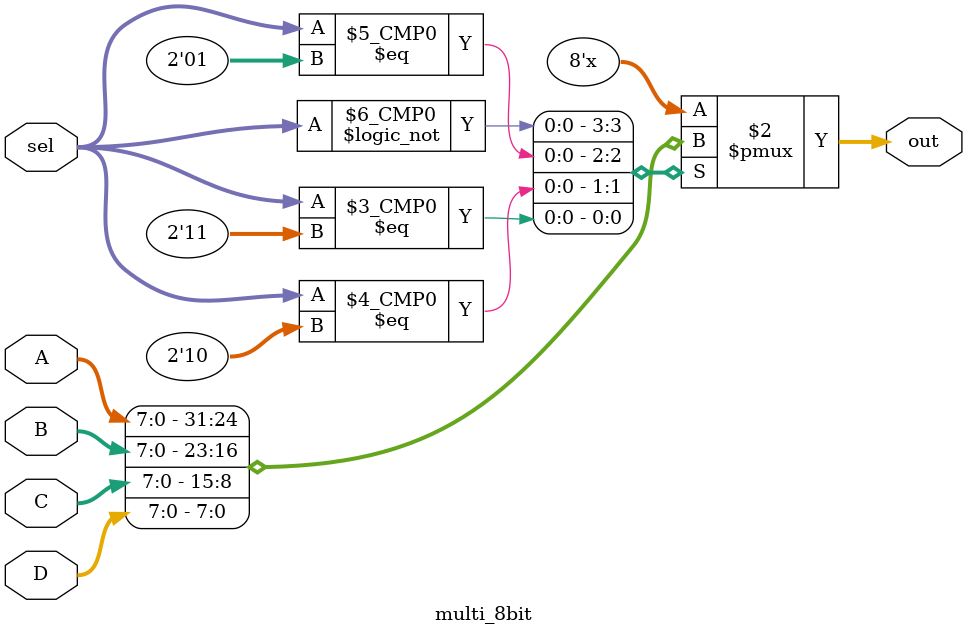
<source format=v>
module multi_8bit(
input[7:0]A,
input[7:0]B,
input[7:0]C,
input[7:0]D,
input [1:0]sel,
output reg [7:0]out
);
always @(*)begin
case(sel)
2'b00: out = A;
2'b01: out = B;
2'b10: out = C;
2'b11: out = D;
endcase
end
endmodule

</source>
